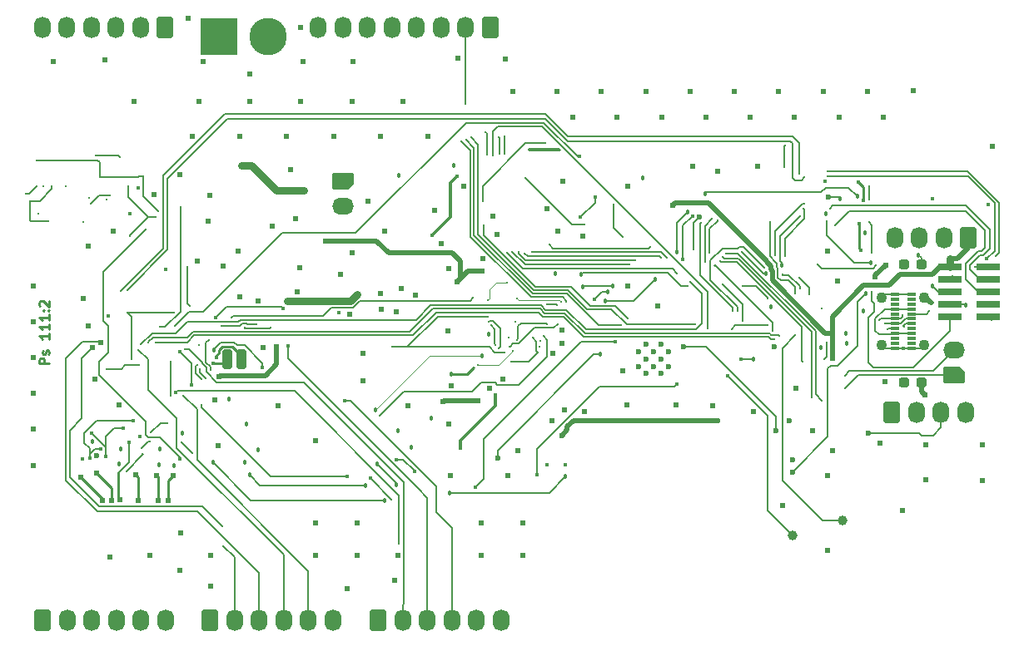
<source format=gbr>
%TF.GenerationSoftware,KiCad,Pcbnew,8.0.2*%
%TF.CreationDate,2024-07-28T21:03:14+03:00*%
%TF.ProjectId,hiro_samurai,6869726f-5f73-4616-9d75-7261692e6b69,rev?*%
%TF.SameCoordinates,Original*%
%TF.FileFunction,Copper,L1,Top*%
%TF.FilePolarity,Positive*%
%FSLAX46Y46*%
G04 Gerber Fmt 4.6, Leading zero omitted, Abs format (unit mm)*
G04 Created by KiCad (PCBNEW 8.0.2) date 2024-07-28 21:03:14*
%MOMM*%
%LPD*%
G01*
G04 APERTURE LIST*
G04 Aperture macros list*
%AMRoundRect*
0 Rectangle with rounded corners*
0 $1 Rounding radius*
0 $2 $3 $4 $5 $6 $7 $8 $9 X,Y pos of 4 corners*
0 Add a 4 corners polygon primitive as box body*
4,1,4,$2,$3,$4,$5,$6,$7,$8,$9,$2,$3,0*
0 Add four circle primitives for the rounded corners*
1,1,$1+$1,$2,$3*
1,1,$1+$1,$4,$5*
1,1,$1+$1,$6,$7*
1,1,$1+$1,$8,$9*
0 Add four rect primitives between the rounded corners*
20,1,$1+$1,$2,$3,$4,$5,0*
20,1,$1+$1,$4,$5,$6,$7,0*
20,1,$1+$1,$6,$7,$8,$9,0*
20,1,$1+$1,$8,$9,$2,$3,0*%
%AMFreePoly0*
4,1,22,0.945671,0.830970,1.026777,0.776777,1.080970,0.695671,1.100000,0.600000,1.100000,-0.600000,1.080970,-0.695671,1.026777,-0.776777,0.945671,-0.830970,0.850000,-0.850000,-0.450000,-0.850000,-0.545671,-0.830970,-0.626777,-0.776777,-1.026777,-0.376777,-1.080970,-0.295671,-1.100000,-0.200000,-1.100000,0.600000,-1.080970,0.695671,-1.026777,0.776777,-0.945671,0.830970,-0.850000,0.850000,
0.850000,0.850000,0.945671,0.830970,0.945671,0.830970,$1*%
%AMFreePoly1*
4,1,22,0.945671,0.830970,1.026777,0.776777,1.080970,0.695671,1.100000,0.600000,1.100000,-0.600000,1.080970,-0.695671,1.026777,-0.776777,0.945671,-0.830970,0.850000,-0.850000,-0.850000,-0.850000,-0.945671,-0.830970,-1.026777,-0.776777,-1.080970,-0.695671,-1.100000,-0.600000,-1.100000,0.200000,-1.080970,0.295671,-1.026777,0.376777,-0.626777,0.776777,-0.545671,0.830970,-0.450000,0.850000,
0.850000,0.850000,0.945671,0.830970,0.945671,0.830970,$1*%
G04 Aperture macros list end*
%ADD10C,0.250000*%
%TA.AperFunction,NonConductor*%
%ADD11C,0.250000*%
%TD*%
%TA.AperFunction,ComponentPad*%
%ADD12RoundRect,0.250000X0.600000X-0.850000X0.600000X0.850000X-0.600000X0.850000X-0.600000X-0.850000X0*%
%TD*%
%TA.AperFunction,ComponentPad*%
%ADD13O,1.700000X2.200000*%
%TD*%
%TA.AperFunction,SMDPad,CuDef*%
%ADD14R,2.400000X0.740000*%
%TD*%
%TA.AperFunction,SMDPad,CuDef*%
%ADD15RoundRect,0.250000X-0.250000X-0.750000X0.250000X-0.750000X0.250000X0.750000X-0.250000X0.750000X0*%
%TD*%
%TA.AperFunction,SMDPad,CuDef*%
%ADD16R,0.850000X0.300000*%
%TD*%
%TA.AperFunction,ComponentPad*%
%ADD17C,1.100000*%
%TD*%
%TA.AperFunction,SMDPad,CuDef*%
%ADD18C,1.000000*%
%TD*%
%TA.AperFunction,SMDPad,CuDef*%
%ADD19RoundRect,0.237500X-0.287500X-0.237500X0.287500X-0.237500X0.287500X0.237500X-0.287500X0.237500X0*%
%TD*%
%TA.AperFunction,ComponentPad*%
%ADD20FreePoly0,180.000000*%
%TD*%
%TA.AperFunction,ComponentPad*%
%ADD21O,2.200000X1.700000*%
%TD*%
%TA.AperFunction,ComponentPad*%
%ADD22RoundRect,0.250000X-0.600000X0.850000X-0.600000X-0.850000X0.600000X-0.850000X0.600000X0.850000X0*%
%TD*%
%TA.AperFunction,ComponentPad*%
%ADD23FreePoly1,180.000000*%
%TD*%
%TA.AperFunction,ComponentPad*%
%ADD24R,3.800000X3.800000*%
%TD*%
%TA.AperFunction,ComponentPad*%
%ADD25C,3.800000*%
%TD*%
%TA.AperFunction,ComponentPad*%
%ADD26C,0.600000*%
%TD*%
%TA.AperFunction,ViaPad*%
%ADD27C,0.610000*%
%TD*%
%TA.AperFunction,ViaPad*%
%ADD28C,0.600000*%
%TD*%
%TA.AperFunction,ViaPad*%
%ADD29C,0.457200*%
%TD*%
%TA.AperFunction,ViaPad*%
%ADD30C,0.406400*%
%TD*%
%TA.AperFunction,ViaPad*%
%ADD31C,0.250000*%
%TD*%
%TA.AperFunction,Conductor*%
%ADD32C,0.152400*%
%TD*%
%TA.AperFunction,Conductor*%
%ADD33C,0.508000*%
%TD*%
%TA.AperFunction,Conductor*%
%ADD34C,0.203200*%
%TD*%
%TA.AperFunction,Conductor*%
%ADD35C,0.254000*%
%TD*%
%TA.AperFunction,Conductor*%
%ADD36C,0.304800*%
%TD*%
%TA.AperFunction,Conductor*%
%ADD37C,0.762000*%
%TD*%
%TA.AperFunction,Conductor*%
%ADD38C,0.127000*%
%TD*%
%TA.AperFunction,Conductor*%
%ADD39C,0.101600*%
%TD*%
%TA.AperFunction,Conductor*%
%ADD40C,0.200000*%
%TD*%
%TA.AperFunction,Conductor*%
%ADD41C,0.150000*%
%TD*%
G04 APERTURE END LIST*
D10*
D11*
X2739619Y28677569D02*
X1739619Y28677569D01*
X1739619Y28677569D02*
X1739619Y29058521D01*
X1739619Y29058521D02*
X1787238Y29153759D01*
X1787238Y29153759D02*
X1834857Y29201378D01*
X1834857Y29201378D02*
X1930095Y29248997D01*
X1930095Y29248997D02*
X2072952Y29248997D01*
X2072952Y29248997D02*
X2168190Y29201378D01*
X2168190Y29201378D02*
X2215809Y29153759D01*
X2215809Y29153759D02*
X2263428Y29058521D01*
X2263428Y29058521D02*
X2263428Y28677569D01*
X2692000Y29629950D02*
X2739619Y29725188D01*
X2739619Y29725188D02*
X2739619Y29915664D01*
X2739619Y29915664D02*
X2692000Y30010902D01*
X2692000Y30010902D02*
X2596761Y30058521D01*
X2596761Y30058521D02*
X2549142Y30058521D01*
X2549142Y30058521D02*
X2453904Y30010902D01*
X2453904Y30010902D02*
X2406285Y29915664D01*
X2406285Y29915664D02*
X2406285Y29772807D01*
X2406285Y29772807D02*
X2358666Y29677569D01*
X2358666Y29677569D02*
X2263428Y29629950D01*
X2263428Y29629950D02*
X2215809Y29629950D01*
X2215809Y29629950D02*
X2120571Y29677569D01*
X2120571Y29677569D02*
X2072952Y29772807D01*
X2072952Y29772807D02*
X2072952Y29915664D01*
X2072952Y29915664D02*
X2120571Y30010902D01*
X2739619Y31772807D02*
X2739619Y31201379D01*
X2739619Y31487093D02*
X1739619Y31487093D01*
X1739619Y31487093D02*
X1882476Y31391855D01*
X1882476Y31391855D02*
X1977714Y31296617D01*
X1977714Y31296617D02*
X2025333Y31201379D01*
X2739619Y32725188D02*
X2739619Y32153760D01*
X2739619Y32439474D02*
X1739619Y32439474D01*
X1739619Y32439474D02*
X1882476Y32344236D01*
X1882476Y32344236D02*
X1977714Y32248998D01*
X1977714Y32248998D02*
X2025333Y32153760D01*
X2739619Y33677569D02*
X2739619Y33106141D01*
X2739619Y33391855D02*
X1739619Y33391855D01*
X1739619Y33391855D02*
X1882476Y33296617D01*
X1882476Y33296617D02*
X1977714Y33201379D01*
X1977714Y33201379D02*
X2025333Y33106141D01*
X2644380Y34106141D02*
X2692000Y34153760D01*
X2692000Y34153760D02*
X2739619Y34106141D01*
X2739619Y34106141D02*
X2692000Y34058522D01*
X2692000Y34058522D02*
X2644380Y34106141D01*
X2644380Y34106141D02*
X2739619Y34106141D01*
X2120571Y34106141D02*
X2168190Y34153760D01*
X2168190Y34153760D02*
X2215809Y34106141D01*
X2215809Y34106141D02*
X2168190Y34058522D01*
X2168190Y34058522D02*
X2120571Y34106141D01*
X2120571Y34106141D02*
X2215809Y34106141D01*
X1834857Y34534712D02*
X1787238Y34582331D01*
X1787238Y34582331D02*
X1739619Y34677569D01*
X1739619Y34677569D02*
X1739619Y34915664D01*
X1739619Y34915664D02*
X1787238Y35010902D01*
X1787238Y35010902D02*
X1834857Y35058521D01*
X1834857Y35058521D02*
X1930095Y35106140D01*
X1930095Y35106140D02*
X2025333Y35106140D01*
X2025333Y35106140D02*
X2168190Y35058521D01*
X2168190Y35058521D02*
X2739619Y34487093D01*
X2739619Y34487093D02*
X2739619Y35106140D01*
D12*
%TO.P,J14,1,Pin_1*%
%TO.N,GND_MOTOR*%
X88450242Y23727945D03*
D13*
%TO.P,J14,2,Pin_2*%
%TO.N,OPTO2*%
X90950242Y23727945D03*
%TO.P,J14,3,Pin_3*%
%TO.N,Net-(J14-Pin_3)*%
X93450242Y23727945D03*
%TO.P,J14,4,Pin_4*%
%TO.N,V_MOTOR*%
X95950242Y23727945D03*
%TD*%
D14*
%TO.P,J16,1,Pin_1*%
%TO.N,+3V3*%
X94313400Y38540000D03*
%TO.P,J16,2,Pin_2*%
%TO.N,ESP_EN*%
X98213400Y38540000D03*
%TO.P,J16,3,Pin_3*%
%TO.N,ESP_JTAG_TCK*%
X94313400Y37270000D03*
%TO.P,J16,4,Pin_4*%
%TO.N,ESP_JTAG_TMS*%
X98213400Y37270000D03*
%TO.P,J16,5,Pin_5*%
%TO.N,ESP_JTAG_TDO*%
X94313400Y36000000D03*
%TO.P,J16,6,Pin_6*%
%TO.N,ESP_JTAG_TDI*%
X98213400Y36000000D03*
%TO.P,J16,7,Pin_7*%
%TO.N,STM_NRESET*%
X94313400Y34730000D03*
%TO.P,J16,8,Pin_8*%
%TO.N,STM_SWDCLK*%
X98213400Y34730000D03*
%TO.P,J16,9,Pin_9*%
%TO.N,STM_SWDIO*%
X94313400Y33460000D03*
%TO.P,J16,10,Pin_10*%
%TO.N,GND*%
X98213400Y33460000D03*
%TD*%
D15*
%TO.P,J7,1,Pin_1*%
%TO.N,PWM2_OUT*%
X20876200Y29116600D03*
%TD*%
D16*
%TO.P,J8,A1,GND*%
%TO.N,GND*%
X88766700Y30255000D03*
%TO.P,J8,A2*%
%TO.N,N/C*%
X88766700Y30755000D03*
%TO.P,J8,A3*%
X88766700Y31255000D03*
%TO.P,J8,A4,VBUS*%
%TO.N,VUSB*%
X88766700Y31755000D03*
%TO.P,J8,A5,CC1*%
%TO.N,Net-(J8-CC1)*%
X88766700Y32255000D03*
%TO.P,J8,A6,D+*%
%TO.N,USB_CONN_D+*%
X88766700Y32755000D03*
%TO.P,J8,A7,D-*%
%TO.N,USB_CONN_D-*%
X88766700Y33255000D03*
%TO.P,J8,A8,SBU1*%
%TO.N,unconnected-(J8-SBU1-PadA8)*%
X88766700Y33755000D03*
%TO.P,J8,A9,VBUS*%
%TO.N,VUSB*%
X88766700Y34255000D03*
%TO.P,J8,A10*%
%TO.N,N/C*%
X88766700Y34755000D03*
%TO.P,J8,A11*%
X88766700Y35255000D03*
%TO.P,J8,A12,GND*%
%TO.N,GND*%
X88766700Y35755000D03*
%TO.P,J8,B1,GND*%
X90436700Y35755000D03*
%TO.P,J8,B2*%
%TO.N,N/C*%
X90436700Y35255000D03*
%TO.P,J8,B3*%
X90436700Y34755000D03*
%TO.P,J8,B4,VBUS*%
%TO.N,VUSB*%
X90436700Y34255000D03*
%TO.P,J8,B5,CC2*%
%TO.N,Net-(J8-CC2)*%
X90436700Y33755000D03*
%TO.P,J8,B6,D+*%
%TO.N,USB_CONN_D+*%
X90436700Y33255000D03*
%TO.P,J8,B7,D-*%
%TO.N,USB_CONN_D-*%
X90436700Y32755000D03*
%TO.P,J8,B8,SBU2*%
%TO.N,unconnected-(J8-SBU2-PadB8)*%
X90436700Y32255000D03*
%TO.P,J8,B9,VBUS*%
%TO.N,VUSB*%
X90436700Y31755000D03*
%TO.P,J8,B10*%
%TO.N,N/C*%
X90436700Y31255000D03*
%TO.P,J8,B11*%
X90436700Y30755000D03*
%TO.P,J8,B12,GND*%
%TO.N,GND*%
X90436700Y30255000D03*
D17*
%TO.P,J8,S1,SHIELD*%
X87451700Y30605000D03*
X91751700Y30605000D03*
X87451700Y35405000D03*
X91751700Y35405000D03*
%TD*%
D18*
%TO.P,TP2,1,1*%
%TO.N,STM_RTS*%
X83411000Y12759000D03*
%TD*%
D19*
%TO.P,D2,1,K*%
%TO.N,Net-(D2-K)*%
X89726700Y26755000D03*
%TO.P,D2,2,A*%
%TO.N,+3V3*%
X91476700Y26755000D03*
%TD*%
%TO.P,D1,1,K*%
%TO.N,Net-(D1-K)*%
X89726700Y38755000D03*
%TO.P,D1,2,A*%
%TO.N,VBAT*%
X91476700Y38755000D03*
%TD*%
D20*
%TO.P,J3,1,Pin_1*%
%TO.N,CAN_H*%
X94763507Y27552931D03*
D21*
%TO.P,J3,2,Pin_2*%
%TO.N,CAN_L*%
X94763507Y30052931D03*
%TD*%
D22*
%TO.P,J2,1,Pin_1*%
%TO.N,+3V3*%
X96245000Y41495000D03*
D13*
%TO.P,J2,2,Pin_2*%
%TO.N,GND*%
X93745000Y41495000D03*
%TO.P,J2,3,Pin_3*%
%TO.N,SIG_RUN*%
X91245000Y41495000D03*
%TO.P,J2,4,Pin_4*%
%TO.N,SIG_KILL*%
X88745000Y41495000D03*
%TD*%
D18*
%TO.P,TP1,1,1*%
%TO.N,STM_DTR*%
X78331000Y11235000D03*
%TD*%
D15*
%TO.P,J6,1,Pin_1*%
%TO.N,PWM1_OUT*%
X22298600Y29116600D03*
%TD*%
D23*
%TO.P,J9,1,Pin_1*%
%TO.N,VBAT*%
X32601700Y47255000D03*
D21*
%TO.P,J9,2,Pin_2*%
%TO.N,GND*%
X32601700Y44755000D03*
%TD*%
D22*
%TO.P,J4,1,Pin_1*%
%TO.N,SEN1*%
X2077000Y2599000D03*
D13*
%TO.P,J4,2,Pin_2*%
%TO.N,SEN2*%
X4577000Y2599000D03*
%TO.P,J4,3,Pin_3*%
%TO.N,SEN3*%
X7077000Y2599000D03*
%TO.P,J4,4,Pin_4*%
%TO.N,SEN4*%
X9577000Y2599000D03*
%TO.P,J4,5,Pin_5*%
%TO.N,SEN5*%
X12077000Y2599000D03*
%TO.P,J4,6,Pin_6*%
%TO.N,SEN6*%
X14577000Y2599000D03*
%TD*%
D12*
%TO.P,J5,1,Pin_1*%
%TO.N,SEN7*%
X14537000Y62935000D03*
D13*
%TO.P,J5,2,Pin_2*%
%TO.N,SEN8*%
X12037000Y62935000D03*
%TO.P,J5,3,Pin_3*%
%TO.N,SEN9*%
X9537000Y62935000D03*
%TO.P,J5,4,Pin_4*%
%TO.N,SEN10*%
X7037000Y62935000D03*
%TO.P,J5,5,Pin_5*%
%TO.N,SEN11*%
X4537000Y62935000D03*
%TO.P,J5,6,Pin_6*%
%TO.N,SEN12*%
X2037000Y62935000D03*
%TD*%
D22*
%TO.P,J10,1,Pin_1*%
%TO.N,+3V3*%
X19095000Y2599000D03*
D13*
%TO.P,J10,2,Pin_2*%
%TO.N,COL1*%
X21595000Y2599000D03*
%TO.P,J10,3,Pin_3*%
%TO.N,COL2*%
X24095000Y2599000D03*
%TO.P,J10,4,Pin_4*%
%TO.N,COL3*%
X26595000Y2599000D03*
%TO.P,J10,5,Pin_5*%
%TO.N,COL4*%
X29095000Y2599000D03*
%TO.P,J10,6,Pin_6*%
%TO.N,GND*%
X31595000Y2599000D03*
%TD*%
D22*
%TO.P,J13,1,Pin_1*%
%TO.N,+3V3*%
X36191000Y2599000D03*
D13*
%TO.P,J13,2,Pin_2*%
%TO.N,LIFT1*%
X38691000Y2599000D03*
%TO.P,J13,3,Pin_3*%
%TO.N,LIFT2*%
X41191000Y2599000D03*
%TO.P,J13,4,Pin_4*%
%TO.N,LIFT3*%
X43691000Y2599000D03*
%TO.P,J13,5,Pin_5*%
%TO.N,LIFT4*%
X46191000Y2599000D03*
%TO.P,J13,6,Pin_6*%
%TO.N,GND*%
X48691000Y2599000D03*
%TD*%
D24*
%TO.P,J1,1,Pin_1*%
%TO.N,GND*%
X19991000Y62035000D03*
D25*
%TO.P,J1,2,Pin_2*%
%TO.N,V_IN*%
X24991000Y62035000D03*
%TD*%
D12*
%TO.P,J12,1,Pin_1*%
%TO.N,+3V3*%
X47601700Y62935000D03*
D13*
%TO.P,J12,2,Pin_2*%
%TO.N,Net-(J12-Pin_2)*%
X45101700Y62935000D03*
%TO.P,J12,3,Pin_3*%
%TO.N,Net-(J12-Pin_3)*%
X42601700Y62935000D03*
%TO.P,J12,4,Pin_4*%
%TO.N,Net-(J12-Pin_4)*%
X40101700Y62935000D03*
%TO.P,J12,5,Pin_5*%
%TO.N,PMW_CS1*%
X37601700Y62935000D03*
%TO.P,J12,6,Pin_6*%
%TO.N,PMW_CS2*%
X35101700Y62935000D03*
%TO.P,J12,7,Pin_7*%
%TO.N,PMW_RESET*%
X32601700Y62935000D03*
%TO.P,J12,8,Pin_8*%
%TO.N,GND*%
X30101700Y62935000D03*
%TD*%
D26*
%TO.P,U3,41,GND*%
%TO.N,GND*%
X62722601Y29913770D03*
X62722601Y28413770D03*
X63472601Y30663770D03*
X63472601Y29163770D03*
X63472601Y27663770D03*
X64222601Y29913770D03*
X64222601Y28413770D03*
X64972601Y30663770D03*
X64972601Y29163770D03*
X64972601Y27663770D03*
X65722601Y29913770D03*
X65722601Y28413770D03*
%TD*%
D27*
%TO.N,GND*%
X47565000Y26155000D03*
D28*
X7610599Y19363000D03*
D27*
X33076700Y5755000D03*
X46682600Y12505000D03*
D29*
X13895000Y18365000D03*
D27*
X56995000Y41715000D03*
X76934000Y56447000D03*
X28206841Y38428582D03*
X68171000Y48827000D03*
X90624600Y56497800D03*
X49375000Y17331000D03*
X44875000Y46795000D03*
D30*
X92465000Y34895000D03*
D27*
X20419000Y38667000D03*
X22097351Y35462673D03*
X34033400Y9203000D03*
X61525000Y24450000D03*
X55175000Y23965000D03*
D29*
X10015000Y20005000D03*
D27*
X35151000Y45271000D03*
X80363000Y21903000D03*
X56017100Y53805400D03*
X43425375Y38394189D03*
X24015000Y35055000D03*
X1115000Y32977400D03*
X8936115Y9001885D03*
X65034100Y53805400D03*
X53350635Y44425135D03*
X43351700Y22572500D03*
X31678200Y51875000D03*
X91900000Y20425000D03*
D29*
X63115000Y47605000D03*
D27*
X70711000Y48319000D03*
X40035000Y35685000D03*
D29*
X14030865Y20029845D03*
D31*
X50125000Y32916800D03*
D27*
X97635000Y20450000D03*
X64615000Y34603000D03*
D29*
X98601690Y33255005D03*
D27*
X34643000Y26983000D03*
X87795000Y38725000D03*
X6703000Y40699000D03*
X78705000Y26165000D03*
D30*
X89615000Y30235000D03*
D29*
X83815000Y30755000D03*
D27*
X50899000Y9203000D03*
X44335000Y59755000D03*
D31*
X49465000Y31305000D03*
D27*
X98651000Y50859000D03*
X61567000Y36635000D03*
X41975000Y44275000D03*
X23149600Y55431000D03*
X97650000Y16823000D03*
X36535000Y34185000D03*
X29825000Y20875000D03*
X18895000Y43239000D03*
D29*
X15415000Y18295000D03*
D27*
X82903000Y37143000D03*
D31*
X52575000Y30375000D03*
D30*
X81665000Y47245000D03*
D27*
X50391000Y19871000D03*
X12951400Y9203000D03*
D31*
X1623000Y44001000D03*
D27*
X70203000Y24443000D03*
X85951000Y56447000D03*
X48865000Y27117500D03*
D30*
X6105133Y18991051D03*
D29*
X7131153Y20801675D03*
D27*
X18387000Y59495000D03*
D29*
X41585000Y23115000D03*
X38275000Y47875000D03*
D27*
X54963000Y47303000D03*
D30*
X11785000Y46625000D03*
D27*
X41247000Y51875000D03*
D30*
X12001704Y21304992D03*
D27*
X49105000Y59685000D03*
D30*
X92555000Y45525000D03*
D27*
X33315000Y33735000D03*
X21943000Y40191000D03*
X91925000Y16875000D03*
X1115000Y29319800D03*
X83068100Y53805400D03*
D30*
X98286945Y44890345D03*
D27*
X1115000Y25662200D03*
X63408500Y56447000D03*
X67917000Y56447000D03*
X87765000Y26865000D03*
X3147000Y59495000D03*
X29858600Y12500000D03*
X33627000Y59495000D03*
X16051700Y7679006D03*
D31*
X18014200Y30592500D03*
D27*
X29817000Y9203000D03*
X36825000Y42223000D03*
X26893800Y51875000D03*
X16885000Y63835000D03*
X6195000Y35315000D03*
D29*
X81695000Y43976317D03*
X81248900Y30315000D03*
D27*
X81887000Y17331000D03*
X17849077Y39175000D03*
X22109400Y51875000D03*
X38045000Y33935000D03*
D31*
X52735000Y31015000D03*
D27*
X69542600Y53805400D03*
X9243000Y42223000D03*
X1115000Y36635000D03*
X28293000Y62949400D03*
X34075000Y12500000D03*
D28*
X78351700Y18931200D03*
D27*
X89507000Y13775000D03*
X43585000Y17305000D03*
X13377022Y45895704D03*
X74345000Y23795000D03*
X46682600Y9203000D03*
X60525600Y53805400D03*
D29*
X22845000Y22535000D03*
D27*
X77315000Y14283000D03*
D29*
X38235000Y21875000D03*
D27*
X37915900Y6663000D03*
X8385490Y59583415D03*
X46825000Y39375000D03*
X36462600Y51875000D03*
X74051100Y53805400D03*
X33601700Y40005000D03*
D30*
X53405000Y18375000D03*
D27*
X54455000Y42223000D03*
D30*
X8735000Y33587000D03*
D27*
X25415000Y42685000D03*
X17325000Y51875000D03*
X54910500Y32145000D03*
X87576600Y53805400D03*
X54930499Y30755001D03*
X54391500Y56447000D03*
X53953615Y29726170D03*
X81887000Y9711000D03*
X27295000Y48455000D03*
X19149000Y9203000D03*
D29*
X39605000Y20195000D03*
D27*
X9890741Y24455741D03*
X19911000Y20379000D03*
X58900000Y56447000D03*
D30*
X55195000Y18395000D03*
D27*
X48305000Y41865000D03*
D31*
X6804600Y45575800D03*
D27*
X43660002Y26437500D03*
D31*
X2131000Y46795000D03*
D27*
X19601700Y25005000D03*
D29*
X21035000Y25065000D03*
D30*
X32215000Y33885000D03*
D27*
X24483000Y30359800D03*
X16065000Y47905000D03*
X87275000Y20600000D03*
X66475000Y24475000D03*
X39215000Y24443000D03*
X36465000Y35845000D03*
D29*
X54219982Y37857366D03*
D27*
X32395000Y37775000D03*
X74775000Y48827000D03*
X17963800Y55431000D03*
X50899000Y12505000D03*
D29*
X83736700Y31755000D03*
D27*
X81887000Y40191000D03*
D28*
X76522994Y30384232D03*
D27*
X34643000Y29777000D03*
X23162200Y58174200D03*
X86735024Y37545000D03*
X72425500Y56447000D03*
X42655000Y40895000D03*
X19065000Y45845000D03*
X82395000Y19871000D03*
X78559600Y53805400D03*
X49883000Y56447000D03*
D29*
X16278800Y21634967D03*
X47455000Y31681600D03*
X85560000Y34035000D03*
D27*
X16101000Y11489000D03*
X61059000Y27999000D03*
X27795000Y43475000D03*
X28335400Y55431000D03*
X38249800Y9203000D03*
D31*
X6250000Y43100000D03*
D27*
X61567000Y46795000D03*
D29*
X24035000Y19915000D03*
D31*
X81314200Y34292500D03*
D27*
X81442500Y56447000D03*
X6703000Y32571000D03*
X11351000Y55431000D03*
X33521200Y55431000D03*
X57155000Y23798770D03*
X7378478Y27070247D03*
D29*
X22635000Y18685000D03*
D27*
X38575000Y36315000D03*
D31*
X4417000Y46795000D03*
D27*
X53851700Y22917500D03*
D28*
X78044996Y22880000D03*
D29*
X43885000Y48845000D03*
D27*
X28004630Y36000201D03*
D29*
X9880300Y18505000D03*
X76175000Y34452502D03*
D27*
X1115000Y22004600D03*
X26007000Y24443000D03*
X1115000Y18347000D03*
D30*
X14635000Y38255000D03*
D27*
X43279000Y32063000D03*
X47851000Y43747000D03*
X28547000Y59495000D03*
D30*
X10925000Y43935000D03*
D31*
X8601304Y45379687D03*
D27*
X19131908Y6048660D03*
D29*
X85710192Y41975000D03*
D27*
X38707000Y55431000D03*
D31*
%TO.N,~{STM_NRST}*%
X77515000Y48725000D03*
X77572785Y50943000D03*
X18066283Y28088000D03*
X45848772Y35382523D03*
X18675000Y27215000D03*
X19135000Y28005000D03*
X21325000Y33385000D03*
X46835000Y45271000D03*
X18996212Y31096405D03*
X53235000Y51125000D03*
%TO.N,Net-(C22-Pad1)*%
X22612983Y32342600D03*
X25232700Y32342600D03*
D29*
%TO.N,+3.3VA*%
X19476764Y30071126D03*
D30*
X24444950Y28267310D03*
D31*
%TO.N,ESP_EN*%
X96875000Y38513859D03*
X86849017Y38674215D03*
X80915000Y38835000D03*
%TO.N,VBAT*%
X54605000Y50495000D03*
D30*
X85315000Y40215000D03*
X44200000Y47750000D03*
D28*
X34084200Y35776200D03*
X22298588Y48865012D03*
D30*
X85100592Y42959408D03*
D28*
X26953338Y35060195D03*
D31*
X51565000Y50485000D03*
D29*
X91176245Y39760386D03*
D30*
X41700368Y41775000D03*
X85571600Y45325000D03*
X85055999Y47210186D03*
D28*
X28665213Y46365567D03*
%TO.N,+5V*%
X54885000Y21395000D03*
X70711000Y22919000D03*
D31*
%TO.N,CP2105_VIO*%
X81605000Y29165000D03*
X81785000Y30845000D03*
%TO.N,VUSB*%
X87119400Y31707400D03*
D29*
%TO.N,Net-(D1-K)*%
X89706544Y38711048D03*
%TO.N,Net-(D2-K)*%
X89701389Y26710079D03*
D27*
%TO.N,SEN2*%
X7575175Y17528543D03*
X9082937Y14759334D03*
%TO.N,SEN4*%
X11536123Y17407814D03*
X11783000Y14791000D03*
%TO.N,COL2*%
X7968000Y30798000D03*
D31*
%TO.N,COL1*%
X20325000Y12125000D03*
D27*
X7119530Y30312320D03*
D31*
X20475000Y10075000D03*
D27*
%TO.N,SEN6*%
X14831000Y14791000D03*
X15339000Y17331000D03*
D31*
X16200601Y20694137D03*
X17347725Y19557948D03*
D27*
%TO.N,SEN1*%
X5926482Y17143600D03*
X8147931Y14730800D03*
%TO.N,SEN5*%
X13702377Y17305833D03*
X13815000Y14791000D03*
D31*
%TO.N,SEN3*%
X9775000Y17585000D03*
D30*
X10867100Y20650594D03*
D27*
X9945970Y14800242D03*
D31*
%TO.N,USB_CONN_D+*%
X87729000Y32825000D03*
%TO.N,Net-(J8-CC2)*%
X92253077Y34033952D03*
%TO.N,USB_CONN_D-*%
X89557800Y33637800D03*
X89659400Y32418600D03*
X87170200Y33105000D03*
%TO.N,Net-(J8-CC1)*%
X87983000Y32164600D03*
D29*
%TO.N,+1V8*%
X23115000Y17385000D03*
D30*
X39881000Y17681000D03*
X48102855Y25526200D03*
D31*
X51895000Y31325000D03*
X52425000Y29805000D03*
D29*
X43660000Y27645000D03*
X34945000Y16305000D03*
D30*
X44575000Y20125000D03*
D31*
X49695000Y28915000D03*
D30*
X38025000Y18895000D03*
D31*
X45925000Y28295000D03*
%TO.N,Net-(J12-Pin_3)*%
X49016537Y51875000D03*
X49016537Y50097018D03*
%TO.N,ADC_V_IN*%
X16101000Y44610600D03*
X14044400Y32455000D03*
D30*
%TO.N,ESP_U1TXD*%
X58192480Y35244096D03*
D29*
X59594366Y36018000D03*
X38075000Y16375000D03*
D28*
X48359000Y19067000D03*
D29*
X36075000Y18505000D03*
X58825000Y29625000D03*
%TO.N,ESP_U1RXD*%
X60023280Y36585312D03*
D30*
X35415000Y16995000D03*
X46106000Y16094000D03*
D31*
X37575000Y14875000D03*
D29*
X56995000Y36475000D03*
D30*
X60277249Y30906931D03*
D31*
%TO.N,SEN9*%
X8912800Y45861601D03*
X6957000Y44966200D03*
%TO.N,SEN10*%
X7494513Y49877229D03*
X9901400Y49737179D03*
%TO.N,SEN11_3V3*%
X8575000Y28118200D03*
X11919618Y28530382D03*
%TO.N,SEN4_3V3*%
X15114703Y28875000D03*
X15114703Y25413715D03*
D29*
%TO.N,Net-(R53-Pad1)*%
X19425592Y18615592D03*
X36825000Y14791000D03*
X55245000Y17195000D03*
X43444073Y15545927D03*
D31*
%TO.N,STM_SWDCLK*%
X81895994Y47743586D03*
D29*
X98115000Y34745000D03*
D30*
X98085000Y39365000D03*
D31*
%TO.N,STM_SWDIO*%
X86105000Y46795000D03*
X86105000Y43114000D03*
X86435000Y40015002D03*
X86389481Y36016752D03*
X86105000Y45403200D03*
D30*
%TO.N,Net-(R59-Pad1)*%
X68175000Y43745000D03*
X52365000Y17385000D03*
X66545000Y26625000D03*
X67205000Y39335000D03*
D31*
%TO.N,CAN_H*%
X83659974Y26210000D03*
%TO.N,CAN_L*%
X83660018Y27479991D03*
D30*
%TO.N,PWM1_OUT*%
X19725000Y29326477D03*
%TO.N,LIFT3*%
X32825000Y24875000D03*
D31*
%TO.N,COL4*%
X16355000Y25459000D03*
D30*
%TO.N,LIFT2*%
X19694579Y33408921D03*
X26563766Y34314151D03*
X27023000Y30471600D03*
D31*
%TO.N,LIFT4*%
X38325000Y10375000D03*
D30*
X15634735Y25721599D03*
D31*
%TO.N,STM_USART1_TX*%
X77018704Y31481201D03*
X12852400Y30812248D03*
%TO.N,BHI_SWDIO*%
X36325000Y23375000D03*
X53015000Y31475000D03*
%TO.N,STM_ESP_INT*%
X12087800Y30640600D03*
X67935000Y37015000D03*
%TO.N,COL3*%
X11843354Y30095378D03*
%TO.N,STM_USART1_RX*%
X76487881Y31174600D03*
X13575000Y30834540D03*
%TO.N,STM_USART2_TX*%
X17785000Y28525000D03*
X18204998Y27094998D03*
X18215000Y24495000D03*
D30*
X33085000Y17235000D03*
D31*
%TO.N,LIFT1*%
X16545300Y30188208D03*
D30*
%TO.N,PWM2_OUT*%
X19455000Y28725000D03*
D31*
%TO.N,HSE_OSC_OUT*%
X23805000Y32695000D03*
X20235000Y32515000D03*
%TO.N,CAN_SILENT*%
X81355000Y24940000D03*
X71597442Y39935400D03*
%TO.N,FDCAN1_RX*%
X70945933Y39150911D03*
X79389800Y28871000D03*
%TO.N,ESP_JTAG_TCK_PROT*%
X79499400Y44966200D03*
X72743000Y34095000D03*
X76585021Y39761779D03*
X75447793Y38431271D03*
%TO.N,ESP_JTAG_TDO_PROT*%
X77565000Y39625000D03*
X73181467Y40092370D03*
X73251000Y33079000D03*
X71215002Y36735000D03*
X79466717Y44476317D03*
D29*
X75614947Y37874311D03*
D31*
%TO.N,FDCAN1_TX*%
X71266315Y39539979D03*
X80261400Y25255800D03*
%TO.N,ESP_JTAG_TDI_PROT*%
X79123468Y43713159D03*
D29*
X77272895Y38742708D03*
%TO.N,BHI_SWDCLK*%
X35903800Y24007200D03*
X46745400Y29508212D03*
D31*
%TO.N,BHI_RSTQ*%
X49055000Y29855000D03*
X47389938Y33455000D03*
X37655000Y30385000D03*
%TO.N,ESP_JTAG_TMS_PROT*%
X69065000Y43035000D03*
X72285800Y34044200D03*
%TO.N,BHI_CS*%
X54445000Y32713378D03*
X50295000Y35335000D03*
X49565000Y30445000D03*
X54822183Y34944098D03*
D28*
%TO.N,Net-(J14-Pin_3)*%
X86075000Y21625000D03*
D31*
%TO.N,ESP_UART_DEBUG_TX*%
X76335000Y32035000D03*
X69895000Y40015000D03*
X70695000Y43275000D03*
X78605000Y35805000D03*
X76035000Y43145000D03*
X70475000Y38745000D03*
D28*
%TO.N,Net-(R5-Pad2)*%
X67254181Y30425419D03*
X76684800Y21903000D03*
X68871114Y43645409D03*
X82021668Y45673236D03*
D29*
X83207468Y45525000D03*
D31*
X68258857Y40276671D03*
%TO.N,Net-(J12-Pin_4)*%
X48483646Y51754896D03*
X48511701Y50015481D03*
D29*
%TO.N,ESP_UART_DEBUG_RX*%
X74365000Y29113800D03*
D31*
X75815000Y35315000D03*
X73239836Y36609836D03*
X77345000Y37745000D03*
D30*
X73065000Y29175000D03*
D31*
X79075000Y36345000D03*
%TO.N,ESP_JTAG_TDI*%
X82645000Y42755000D03*
%TO.N,ESP_JTAG_TMS*%
X82141000Y44509000D03*
%TO.N,ESP_JTAG_TDO*%
X81807637Y43223225D03*
D29*
X92555000Y36635000D03*
X86310511Y38970200D03*
%TO.N,ESP_JTAG_TCK*%
X94609899Y37440162D03*
D31*
%TO.N,STM_RTS*%
X78615000Y31585000D03*
D30*
%TO.N,STM_DTR*%
X71727000Y27491000D03*
D31*
X72175000Y32215000D03*
X75825164Y32575164D03*
%TO.N,ESP_DTR*%
X80065000Y35715000D03*
X79065000Y37435000D03*
D30*
%TO.N,Net-(Q1B-C2)*%
X8501161Y19210713D03*
X7048362Y21598362D03*
X10259000Y22125000D03*
D31*
%TO.N,Net-(Q3B-C2)*%
X12562976Y42373558D03*
X13680934Y21196961D03*
D30*
X16033434Y18946303D03*
D29*
%TO.N,Net-(R13-Pad2)*%
X85812728Y35825606D03*
D28*
X78351700Y17661200D03*
D31*
%TO.N,Net-(Q4B-C2)*%
X13575700Y43619255D03*
X10953828Y41715000D03*
X10815800Y46719427D03*
%TO.N,Net-(Q6B-C2)*%
X1439000Y46755000D03*
X353000Y46033000D03*
D30*
%TO.N,Net-(Q1A-C1)*%
X11275000Y22919000D03*
X6883670Y19083969D03*
X7980129Y19963220D03*
D31*
%TO.N,STM_SWDCLK_PROT*%
X79558194Y47690171D03*
X10664182Y36195854D03*
%TO.N,STM_SWDIO_PROT*%
X79015000Y48005000D03*
X10005000Y36076200D03*
%TO.N,STM_NRESET*%
X81883923Y48262631D03*
X99039376Y39675624D03*
D29*
X95995936Y34685166D03*
D31*
%TO.N,Net-(Q2A-C1)*%
X14779083Y22651990D03*
X12106411Y20047973D03*
X12267258Y19500412D03*
X13087722Y21655995D03*
X13018612Y20764477D03*
X10643732Y17750143D03*
%TO.N,Net-(Q3A-C1)*%
X16775000Y38525000D03*
X17045000Y34575000D03*
D30*
X17181240Y26531715D03*
X16060931Y29865181D03*
D31*
%TO.N,Net-(Q6A-C1)*%
X833600Y45271000D03*
X2639000Y43239000D03*
X3039000Y46755000D03*
%TO.N,SIG_KILL*%
X70115000Y43415000D03*
D29*
X56885000Y37775000D03*
D31*
X67710500Y36620388D03*
X69425000Y39025000D03*
D29*
%TO.N,SIG_RUN*%
X84935000Y45702800D03*
X69470025Y46018874D03*
X59260492Y35106200D03*
X64395000Y37295000D03*
X67677764Y44135302D03*
X66575000Y40055000D03*
D31*
%TO.N,PMW_MISO*%
X57147400Y42883400D03*
X51178686Y47603964D03*
%TO.N,PMW_CS1*%
X68445000Y32670200D03*
X45642685Y51709095D03*
%TO.N,PMW_RESET*%
X55315001Y35005001D03*
X44678182Y51322509D03*
%TO.N,PMW_CS2*%
X60950736Y32584245D03*
X45152927Y51491730D03*
%TO.N,PMW_MOSI*%
X69695000Y32235000D03*
X47837650Y49901229D03*
%TO.N,PMW_SCLK*%
X61596582Y33303092D03*
X46912812Y42759668D03*
D30*
%TO.N,RGB_LED*%
X56668042Y49813842D03*
D31*
X15535000Y32535000D03*
%TO.N,BHI_SCLK_3V3*%
X51102200Y39937000D03*
X64982385Y39457653D03*
%TO.N,BHI_MOSI_3V3*%
X53642200Y40800600D03*
X63853000Y40597400D03*
%TO.N,BHI_CS_3V3*%
X50515179Y40061179D03*
X62329000Y39225800D03*
%TO.N,BHI_RSTQ_3V3*%
X49295827Y39993029D03*
X66617276Y37902727D03*
D30*
%TO.N,Net-(D4-K)*%
X56748249Y43584671D03*
X58245000Y45655000D03*
D31*
%TO.N,BHI_HIRQ_3V3*%
X61770200Y38768600D03*
X49844972Y40087635D03*
%TO.N,Net-(D3-K)*%
X61086727Y41622723D03*
X60170000Y44890000D03*
%TO.N,BHI_MISO_3V3*%
X51864200Y40089400D03*
X65582076Y39501714D03*
%TO.N,BHI_MISO*%
X53405000Y32735000D03*
X53344430Y34694516D03*
X50325000Y31125000D03*
X54366983Y34656218D03*
%TO.N,BHI_MOSI*%
X48151398Y30623541D03*
X47685000Y32605000D03*
%TO.N,BHI_SCLK*%
X46328456Y28562682D03*
X49885000Y29965000D03*
X49345000Y36955000D03*
X47325000Y35125000D03*
%TO.N,BHI_HIRQ*%
X48465000Y30275000D03*
X47433032Y32982664D03*
%TO.N,+3V3*%
X15445120Y33925120D03*
X5941000Y49405000D03*
X1439000Y49405000D03*
D27*
X66152777Y44797466D03*
X25865700Y30375000D03*
D31*
X12291000Y47728800D03*
X7871400Y47658600D03*
D27*
X46729778Y38125000D03*
X91820733Y25532667D03*
D28*
X30883800Y41207000D03*
D27*
X19993283Y27396963D03*
X42771000Y24846000D03*
D31*
X13815000Y44255000D03*
D27*
X46327000Y24951000D03*
X44200000Y37000000D03*
D31*
X11136185Y29125000D03*
D27*
X82446425Y29188058D03*
D31*
X10735000Y33925000D03*
X3147000Y49405000D03*
%TO.N,Net-(J12-Pin_2)*%
X47237031Y49944362D03*
X47135628Y52248111D03*
X45101700Y55125000D03*
%TD*%
D32*
%TO.N,GND*%
X89615000Y30235000D02*
X89635000Y30255000D01*
X91751700Y30605000D02*
X91401700Y30255000D01*
X88766700Y30255000D02*
X87801700Y30255000D01*
D33*
X92465000Y34865000D02*
X92405000Y34925000D01*
D32*
X89595000Y30255000D02*
X89615000Y30235000D01*
X88915000Y30255000D02*
X88955000Y30215000D01*
X87451700Y35405000D02*
X87801700Y35755000D01*
D33*
X92465000Y34895000D02*
X92465000Y34865000D01*
D32*
X87801700Y35755000D02*
X88766700Y35755000D01*
X88766700Y30255000D02*
X88915000Y30255000D01*
X88766700Y35755000D02*
X90436700Y35755000D01*
X88995000Y30255000D02*
X89595000Y30255000D01*
D33*
X86735024Y37665024D02*
X86735024Y37545000D01*
D34*
X98213400Y33472600D02*
X98384095Y33472600D01*
D33*
X92435000Y34895000D02*
X92465000Y34895000D01*
X91751700Y35405000D02*
X91925000Y35405000D01*
X91925000Y35405000D02*
X92435000Y34895000D01*
D32*
X87801700Y30255000D02*
X87451700Y30605000D01*
X91401700Y30255000D02*
X90436700Y30255000D01*
D33*
X87795000Y38725000D02*
X86735024Y37665024D01*
D32*
X88955000Y30215000D02*
X88995000Y30255000D01*
D34*
X98384095Y33472600D02*
X98601690Y33255005D01*
D32*
X89635000Y30255000D02*
X90436700Y30255000D01*
%TO.N,~{STM_NRST}*%
X30595000Y33505000D02*
X31485000Y34395000D01*
X34337622Y35100200D02*
X45566449Y35100200D01*
X46835000Y46779365D02*
X46835000Y45271000D01*
X33632422Y34395000D02*
X34337622Y35100200D01*
X45566449Y35100200D02*
X45848772Y35382523D01*
X51180635Y51125000D02*
X46835000Y46779365D01*
X18695154Y28806872D02*
X18695154Y30795347D01*
X21445000Y33505000D02*
X30595000Y33505000D01*
X19135000Y28367026D02*
X18695154Y28806872D01*
X19135000Y28005000D02*
X19135000Y28367026D01*
X53235000Y51125000D02*
X51180635Y51125000D01*
X18675000Y27215000D02*
X18066283Y27823717D01*
X18066283Y27823717D02*
X18066283Y28088000D01*
X77515000Y50885215D02*
X77572785Y50943000D01*
X77515000Y48725000D02*
X77515000Y50885215D01*
X21325000Y33385000D02*
X21445000Y33505000D01*
X18695154Y30795347D02*
X18996212Y31096405D01*
X31485000Y34395000D02*
X33632422Y34395000D01*
%TO.N,Net-(C22-Pad1)*%
X22675783Y32279800D02*
X25169900Y32279800D01*
X22612983Y32342600D02*
X22675783Y32279800D01*
X25169900Y32279800D02*
X25232700Y32342600D01*
D34*
%TO.N,+3.3VA*%
X24444950Y28757258D02*
X22625008Y30577200D01*
X20202740Y30872200D02*
X19476764Y30146224D01*
X22625008Y30577200D02*
X21844660Y30577200D01*
X19476764Y30146224D02*
X19476764Y30071126D01*
X24444950Y28267310D02*
X24444950Y28757258D01*
X21549660Y30872200D02*
X20202740Y30872200D01*
X21844660Y30577200D02*
X21549660Y30872200D01*
D32*
%TO.N,ESP_EN*%
X96913741Y38552600D02*
X96875000Y38513859D01*
X98213400Y38552600D02*
X96913741Y38552600D01*
X86586202Y38411400D02*
X86849017Y38674215D01*
X81338600Y38411400D02*
X86586202Y38411400D01*
X80915000Y38835000D02*
X81338600Y38411400D01*
D35*
%TO.N,VBAT*%
X85571600Y46694585D02*
X85055999Y47210186D01*
D34*
X91476700Y38755000D02*
X91476700Y39459931D01*
D36*
X43575000Y47125000D02*
X43575000Y43649632D01*
D35*
X54605000Y50495000D02*
X54595000Y50485000D01*
D36*
X44200000Y47750000D02*
X43575000Y47125000D01*
D37*
X25834433Y46365567D02*
X23334988Y48865012D01*
X23334988Y48865012D02*
X22298588Y48865012D01*
D36*
X51565000Y50485000D02*
X54575000Y50485000D01*
D35*
X85315000Y40215000D02*
X85100592Y40429408D01*
X85571600Y45325000D02*
X85571600Y46694585D01*
D37*
X28665213Y46365567D02*
X25834433Y46365567D01*
D34*
X91476700Y39459931D02*
X91176245Y39760386D01*
D35*
X54575000Y50485000D02*
X54605000Y50495000D01*
D36*
X43575000Y43649632D02*
X41700368Y41775000D01*
D37*
X34084200Y35776200D02*
X33368195Y35060195D01*
D35*
X85100592Y40429408D02*
X85100592Y42959408D01*
D37*
X33368195Y35060195D02*
X26953338Y35060195D01*
D35*
X54595000Y50485000D02*
X54585000Y50485000D01*
D33*
%TO.N,+5V*%
X55435737Y21945737D02*
X54885000Y21395000D01*
X56068621Y22919000D02*
X55435737Y22286116D01*
X55435737Y22286116D02*
X55435737Y21945737D01*
X70711000Y22919000D02*
X56068621Y22919000D01*
D38*
%TO.N,CP2105_VIO*%
X81795000Y30835000D02*
X81785000Y30845000D01*
X81605000Y29165000D02*
X81795000Y29355000D01*
X81795000Y29355000D02*
X81795000Y30835000D01*
D32*
%TO.N,VUSB*%
X87713368Y34255000D02*
X86763800Y33305432D01*
X88766700Y34255000D02*
X90436700Y34255000D01*
X88719100Y31707400D02*
X88766700Y31755000D01*
X86763800Y32063000D02*
X87119400Y31707400D01*
X87119400Y31707400D02*
X88719100Y31707400D01*
X88766700Y34255000D02*
X87713368Y34255000D01*
X86763800Y33305432D02*
X86763800Y32063000D01*
X88766700Y31755000D02*
X90436700Y31755000D01*
D35*
%TO.N,SEN2*%
X9082937Y16020781D02*
X9082937Y14759334D01*
X7575175Y17528543D02*
X9082937Y16020781D01*
%TO.N,SEN4*%
X11783000Y14791000D02*
X11783000Y17160937D01*
X11783000Y17160937D02*
X11536123Y17407814D01*
D34*
%TO.N,COL2*%
X6145000Y30945000D02*
X7821000Y30945000D01*
X24095000Y7355000D02*
X17824924Y13625076D01*
X7821000Y30945000D02*
X7968000Y30798000D01*
X24095000Y2599000D02*
X24095000Y7355000D01*
X4417000Y16823000D02*
X4417000Y29217000D01*
X17824924Y13625076D02*
X7614924Y13625076D01*
X7614924Y13625076D02*
X4417000Y16823000D01*
X4417000Y29217000D02*
X6145000Y30945000D01*
%TO.N,COL1*%
X6075000Y29267790D02*
X6075000Y23145000D01*
X21595000Y8955000D02*
X20475000Y10075000D01*
X18325800Y14124200D02*
X20325000Y12125000D01*
X4820200Y17095685D02*
X7791685Y14124200D01*
X4820200Y21890200D02*
X4820200Y17095685D01*
X7119530Y30312320D02*
X6075000Y29267790D01*
X6075000Y23145000D02*
X4820200Y21890200D01*
X21595000Y2599000D02*
X21595000Y8955000D01*
X7791685Y14124200D02*
X18325800Y14124200D01*
D32*
%TO.N,SEN6*%
X17336790Y19557948D02*
X17347725Y19557948D01*
X16200601Y20694137D02*
X17336790Y19557948D01*
D35*
X14831000Y16823000D02*
X15339000Y17331000D01*
X14831000Y14791000D02*
X14831000Y16823000D01*
%TO.N,SEN1*%
X8147931Y14730800D02*
X8147931Y14922151D01*
X8147931Y14922151D02*
X5926482Y17143600D01*
%TO.N,SEN5*%
X13815000Y17193210D02*
X13702377Y17305833D01*
X13815000Y14791000D02*
X13815000Y17193210D01*
D32*
%TO.N,SEN3*%
X9775000Y17557070D02*
X10867100Y18649170D01*
D35*
X9751000Y14995212D02*
X9945970Y14800242D01*
D32*
X9775000Y17585000D02*
X9775000Y17557070D01*
X10867100Y18649170D02*
X10867100Y20650594D01*
D35*
X9751000Y17533070D02*
X9751000Y14995212D01*
D32*
%TO.N,USB_CONN_D+*%
X88766700Y32755000D02*
X89344100Y32755000D01*
X88766700Y32755000D02*
X87799000Y32755000D01*
X87799000Y32755000D02*
X87729000Y32825000D01*
X89344100Y32755000D02*
X89844100Y33255000D01*
X89844100Y33255000D02*
X90436700Y33255000D01*
D38*
%TO.N,Net-(J8-CC2)*%
X91974125Y33755000D02*
X92253077Y34033952D01*
X90436700Y33755000D02*
X91974125Y33755000D01*
D32*
%TO.N,USB_CONN_D-*%
X88766700Y33255000D02*
X89345732Y33255000D01*
X88766700Y33255000D02*
X87320200Y33255000D01*
X89557800Y33467068D02*
X89557800Y33637800D01*
X89842468Y32755000D02*
X89582734Y32495266D01*
X89345732Y33255000D02*
X89557800Y33467068D01*
X90436700Y32755000D02*
X89842468Y32755000D01*
X89659400Y32418600D02*
X89582734Y32495266D01*
X87320200Y33255000D02*
X87170200Y33105000D01*
D38*
%TO.N,Net-(J8-CC1)*%
X87983000Y32164600D02*
X88073400Y32255000D01*
X88073400Y32255000D02*
X88766700Y32255000D01*
D34*
%TO.N,+1V8*%
X39881000Y17681000D02*
X39881000Y17779000D01*
D32*
X51535000Y28915000D02*
X52425000Y29805000D01*
D34*
X38765000Y18895000D02*
X38025000Y18895000D01*
D32*
X49695000Y28915000D02*
X51535000Y28915000D01*
X52275000Y29955000D02*
X52425000Y29805000D01*
D34*
X39881000Y17779000D02*
X38765000Y18895000D01*
D35*
X45275000Y27645000D02*
X43660000Y27645000D01*
D36*
X44575000Y20125000D02*
X44575000Y20875000D01*
D34*
X24195005Y16304995D02*
X34944995Y16304995D01*
X23115000Y17385000D02*
X24195005Y16304995D01*
D35*
X45925000Y28295000D02*
X45275000Y27645000D01*
D32*
X52275000Y30945000D02*
X52275000Y29955000D01*
D36*
X48102855Y24402855D02*
X48102855Y25526200D01*
D34*
X34944995Y16304995D02*
X34945000Y16305000D01*
D32*
X51895000Y31325000D02*
X52275000Y30945000D01*
D36*
X44575000Y20875000D02*
X48102855Y24402855D01*
D34*
%TO.N,Net-(J12-Pin_3)*%
X49016537Y51875000D02*
X49016537Y50097018D01*
D32*
%TO.N,ADC_V_IN*%
X16101000Y44610600D02*
X16101000Y34007960D01*
X14548040Y32455000D02*
X14044400Y32455000D01*
X16101000Y34007960D02*
X14548040Y32455000D01*
D34*
%TO.N,ESP_U1TXD*%
X58966384Y36018000D02*
X58192480Y35244096D01*
X38075000Y16375000D02*
X38075000Y16505000D01*
X58113000Y29625000D02*
X48359000Y19871000D01*
X38075000Y16505000D02*
X36075000Y18505000D01*
X48359000Y19871000D02*
X48359000Y19067000D01*
X59594366Y36018000D02*
X58966384Y36018000D01*
X58825000Y29625000D02*
X58113000Y29625000D01*
%TO.N,ESP_U1RXD*%
X57105312Y36585312D02*
X60023280Y36585312D01*
X46965000Y20990710D02*
X56881221Y30906931D01*
X35455000Y16995000D02*
X35415000Y16995000D01*
X46965000Y16953000D02*
X46965000Y20990710D01*
X56881221Y30906931D02*
X60277249Y30906931D01*
X37575000Y14875000D02*
X35455000Y16995000D01*
X56995000Y36475000D02*
X57105312Y36585312D01*
X46106000Y16094000D02*
X46965000Y16953000D01*
%TO.N,SEN9*%
X6957000Y44966200D02*
X7852401Y45861601D01*
X7852401Y45861601D02*
X8912800Y45861601D01*
%TO.N,SEN10*%
X9761350Y49877229D02*
X7494513Y49877229D01*
X9901400Y49737179D02*
X9761350Y49877229D01*
%TO.N,SEN11_3V3*%
X11919618Y28530382D02*
X10480382Y28530382D01*
X10480382Y28530382D02*
X10068200Y28118200D01*
X10068200Y28118200D02*
X8575000Y28118200D01*
%TO.N,SEN4_3V3*%
X15114703Y28875000D02*
X15114703Y25413715D01*
%TO.N,Net-(R53-Pad1)*%
X53595909Y15545909D02*
X43444091Y15545909D01*
X23250184Y14791000D02*
X19425592Y18615592D01*
X36825000Y14791000D02*
X23250184Y14791000D01*
X55245000Y17195000D02*
X53595909Y15545909D01*
X43444091Y15545909D02*
X43444073Y15545927D01*
D32*
%TO.N,STM_SWDCLK*%
X98085000Y39365000D02*
X98905000Y40185000D01*
X96188046Y47743586D02*
X81895994Y47743586D01*
X98905000Y40185000D02*
X98905000Y45026632D01*
X98905000Y45026632D02*
X96188046Y47743586D01*
%TO.N,STM_SWDIO*%
X94313400Y33472600D02*
X94313400Y31998276D01*
X86389481Y35090519D02*
X86389481Y36016752D01*
X86675000Y33941368D02*
X86675000Y34805000D01*
X90610124Y28295000D02*
X86555000Y28295000D01*
X86555000Y28295000D02*
X86075000Y28775000D01*
X86675000Y34805000D02*
X86389481Y35090519D01*
X86435000Y40015002D02*
X86435000Y42784000D01*
X86075000Y33341368D02*
X86675000Y33941368D01*
X86075000Y28775000D02*
X86075000Y33341368D01*
X86435000Y42784000D02*
X86105000Y43114000D01*
X86105000Y45403200D02*
X86105000Y46795000D01*
X94313400Y31998276D02*
X90610124Y28295000D01*
D34*
%TO.N,Net-(R59-Pad1)*%
X67205000Y42775000D02*
X68175000Y43745000D01*
X52365000Y20001117D02*
X58748883Y26385000D01*
X67205000Y39335000D02*
X67205000Y42775000D01*
X52365000Y17385000D02*
X52365000Y20001117D01*
X66305000Y26385000D02*
X66545000Y26625000D01*
X58748883Y26385000D02*
X66305000Y26385000D01*
D32*
%TO.N,CAN_H*%
X94763507Y27552931D02*
X85002905Y27552931D01*
X85002905Y27552931D02*
X83659974Y26210000D01*
%TO.N,CAN_L*%
X84122627Y27942600D02*
X83660018Y27479991D01*
X94763507Y30052931D02*
X92653176Y27942600D01*
X92653176Y27942600D02*
X84122627Y27942600D01*
D35*
%TO.N,PWM1_OUT*%
X20049200Y30112528D02*
X20380272Y30443600D01*
X22298600Y29517128D02*
X22298600Y29116600D01*
X20049200Y29781457D02*
X20049200Y30112528D01*
X19725000Y29457257D02*
X20049200Y29781457D01*
X21372128Y30443600D02*
X22298600Y29517128D01*
X20380272Y30443600D02*
X21372128Y30443600D01*
X19725000Y29326477D02*
X19725000Y29457257D01*
D32*
%TO.N,LIFT3*%
X32825000Y24875000D02*
X33364974Y24875000D01*
X33364974Y24875000D02*
X42075000Y16164974D01*
D34*
X42075000Y13575000D02*
X42075000Y16164974D01*
X43691000Y11959000D02*
X42075000Y13575000D01*
X43691000Y2599000D02*
X43691000Y11959000D01*
%TO.N,COL4*%
X29095000Y2599000D02*
X29095000Y7581000D01*
X29095000Y7581000D02*
X17778325Y18897675D01*
X17778325Y24035675D02*
X16355000Y25459000D01*
X17778325Y18897675D02*
X17778325Y24035675D01*
%TO.N,LIFT2*%
X41191000Y2599000D02*
X41191000Y15039000D01*
D32*
X20750658Y34465000D02*
X19694579Y33408921D01*
D34*
X41191000Y15039000D02*
X40231000Y15999000D01*
D32*
X27023000Y30471600D02*
X27023000Y29207000D01*
X27023000Y29207000D02*
X40231000Y15999000D01*
X26563766Y34314151D02*
X26412917Y34465000D01*
X26412917Y34465000D02*
X20750658Y34465000D01*
D34*
%TO.N,LIFT4*%
X27689768Y25889600D02*
X38297600Y15281768D01*
X15634735Y25721599D02*
X15802736Y25889600D01*
X38297600Y15281768D02*
X38297600Y10402400D01*
X15802736Y25889600D02*
X27689768Y25889600D01*
X38297600Y10402400D02*
X38325000Y10375000D01*
D32*
%TO.N,STM_USART1_TX*%
X39415000Y31927400D02*
X41752600Y34265000D01*
X17359031Y31927400D02*
X39415000Y31927400D01*
X76870105Y31629800D02*
X77018704Y31481201D01*
X76166449Y31629800D02*
X76870105Y31629800D01*
X41752600Y34265000D02*
X52656632Y34265000D01*
X55189031Y33822600D02*
X57254805Y31756826D01*
X53099032Y33822600D02*
X55189031Y33822600D01*
X12852400Y30812248D02*
X12852400Y30906832D01*
X12852400Y30906832D02*
X13301368Y31355800D01*
X16787431Y31355800D02*
X17359031Y31927400D01*
X57254805Y31756826D02*
X76039424Y31756826D01*
X76039424Y31756826D02*
X76166449Y31629800D01*
X13301368Y31355800D02*
X16787431Y31355800D01*
X52656632Y34265000D02*
X53099032Y33822600D01*
D38*
%TO.N,BHI_SWDIO*%
X36385452Y23375000D02*
X38842226Y25831774D01*
X50486300Y26536300D02*
X53385115Y29435115D01*
X36325000Y23375000D02*
X36385452Y23375000D01*
X48097800Y26736200D02*
X48297700Y26536300D01*
X53385115Y29435115D02*
X53385115Y31104885D01*
X45781774Y25831774D02*
X46686200Y26736200D01*
X53385115Y31104885D02*
X53015000Y31475000D01*
X46686200Y26736200D02*
X48097800Y26736200D01*
X48297700Y26536300D02*
X50486300Y26536300D01*
X38842226Y25831774D02*
X45781774Y25831774D01*
D32*
%TO.N,STM_ESP_INT*%
X15643800Y31758200D02*
X13205400Y31758200D01*
X53245000Y34175000D02*
X52802600Y34617400D01*
X22960302Y33137400D02*
X22947503Y33150200D01*
X40079031Y33137400D02*
X22960302Y33137400D01*
X55335000Y34175000D02*
X53245000Y34175000D01*
X22265663Y33137400D02*
X22199032Y33137400D01*
X57357907Y32152093D02*
X55335000Y34175000D01*
X22278463Y33150200D02*
X22265663Y33137400D01*
X52802600Y34617400D02*
X41559031Y34617400D01*
X69100000Y35850000D02*
X69100000Y32752160D01*
X22199032Y33137400D02*
X21989032Y32927400D01*
X67935000Y37015000D02*
X69100000Y35850000D01*
X13205400Y31758200D02*
X12087800Y30640600D01*
X16813000Y32927400D02*
X15643800Y31758200D01*
X68499933Y32152093D02*
X57357907Y32152093D01*
X69100000Y32752160D02*
X68499933Y32152093D01*
X41559031Y34617400D02*
X40079031Y33137400D01*
X21989032Y32927400D02*
X16813000Y32927400D01*
X22947503Y33150200D02*
X22278463Y33150200D01*
%TO.N,COL3*%
X15720000Y21395002D02*
X15720000Y23126104D01*
D34*
X26595000Y2599000D02*
X26595000Y9234994D01*
D32*
X15720001Y21395001D02*
X15720000Y21395002D01*
X12825000Y29113732D02*
X11843354Y30095378D01*
D34*
X15720001Y20109993D02*
X15720001Y21395001D01*
D32*
X15720000Y23126104D02*
X12825000Y26021104D01*
X12825000Y26021104D02*
X12825000Y29113732D01*
D34*
X26595000Y9234994D02*
X15720001Y20109993D01*
D32*
%TO.N,STM_USART1_RX*%
X16764540Y30834540D02*
X17505000Y31575000D01*
X55039800Y33470200D02*
X57105574Y31404426D01*
X76123281Y31174600D02*
X76487881Y31174600D01*
X42082600Y33912600D02*
X52510662Y33912600D01*
X52510662Y33912600D02*
X52953062Y33470200D01*
X75893455Y31404426D02*
X76123281Y31174600D01*
X52953062Y33470200D02*
X55039800Y33470200D01*
X13575000Y30834540D02*
X16764540Y30834540D01*
X39745000Y31575000D02*
X42082600Y33912600D01*
X17505000Y31575000D02*
X39745000Y31575000D01*
X57105574Y31404426D02*
X75893455Y31404426D01*
D34*
%TO.N,STM_USART2_TX*%
X18204998Y27094998D02*
X17635683Y27664313D01*
X17745000Y28525000D02*
X17785000Y28525000D01*
X17635683Y27664313D02*
X17635683Y28415683D01*
X17635683Y28415683D02*
X17745000Y28525000D01*
X18215000Y24245000D02*
X18215000Y24495000D01*
X25225000Y17235000D02*
X18215000Y24245000D01*
X33085000Y17235000D02*
X25225000Y17235000D01*
D32*
%TO.N,LIFT1*%
X18319130Y28684528D02*
X18717400Y28286258D01*
D34*
X38691000Y2599000D02*
X38691000Y4107000D01*
D32*
X18717400Y28286258D02*
X18717400Y27840272D01*
X16545300Y30188208D02*
X16941792Y30188208D01*
X18319130Y28810870D02*
X18319130Y28684528D01*
X19795909Y26761763D02*
X28688237Y26761763D01*
D34*
X38691000Y4107000D02*
X38825000Y4241000D01*
D32*
X28688237Y26761763D02*
X38825000Y16625000D01*
X38825000Y16625000D02*
X38825000Y4241000D01*
X18717400Y27840272D02*
X19795909Y26761763D01*
X16941792Y30188208D02*
X18319130Y28810870D01*
D35*
%TO.N,PWM2_OUT*%
X20504400Y28744800D02*
X19474800Y28744800D01*
X20876200Y29116600D02*
X20504400Y28744800D01*
X19474800Y28744800D02*
X19455000Y28725000D01*
D32*
%TO.N,HSE_OSC_OUT*%
X22157783Y32531151D02*
X22424432Y32797800D01*
X23614816Y32695000D02*
X23805000Y32695000D01*
X23604908Y32685092D02*
X23614816Y32695000D01*
X22914242Y32685092D02*
X23604908Y32685092D01*
X22424432Y32797800D02*
X22801534Y32797800D01*
X20251151Y32531151D02*
X22157783Y32531151D01*
X20235000Y32515000D02*
X20251151Y32531151D01*
X22801534Y32797800D02*
X22914242Y32685092D01*
%TO.N,CAN_SILENT*%
X71597442Y39935400D02*
X72726267Y39935400D01*
X72968568Y39739800D02*
X80690100Y32018268D01*
X80690100Y32018268D02*
X80690100Y25604900D01*
X72921867Y39739800D02*
X72968568Y39739800D01*
X72726267Y39935400D02*
X72921867Y39739800D01*
X80690100Y25604900D02*
X81355000Y24940000D01*
%TO.N,FDCAN1_RX*%
X71041844Y39055000D02*
X70945933Y39150911D01*
X79270900Y32439508D02*
X72655408Y39055000D01*
X72655408Y39055000D02*
X71041844Y39055000D01*
X79270900Y28989900D02*
X79270900Y32439508D01*
X79389800Y28871000D02*
X79270900Y28989900D01*
D34*
%TO.N,ESP_JTAG_TCK_PROT*%
X72747472Y40416000D02*
X72934431Y40602959D01*
X72743000Y34457000D02*
X69995000Y37205000D01*
X71226000Y40416000D02*
X72747472Y40416000D01*
X76585021Y42203582D02*
X76585021Y39761779D01*
X79347639Y44966200D02*
X76585021Y42203582D01*
X75447793Y38487741D02*
X75447793Y38431271D01*
X72934431Y40602959D02*
X73332575Y40602959D01*
X69995000Y37205000D02*
X69995000Y39185000D01*
X69995000Y39185000D02*
X71226000Y40416000D01*
X72743000Y34095000D02*
X72743000Y34457000D01*
X73332575Y40602959D02*
X75447793Y38487741D01*
X79499400Y44966200D02*
X79347639Y44966200D01*
%TO.N,ESP_JTAG_TDO_PROT*%
X79558716Y43418716D02*
X79558716Y44384318D01*
X74967193Y38306644D02*
X73181467Y40092370D01*
X73251000Y33079000D02*
X73251000Y34699002D01*
X75368347Y37874311D02*
X74967193Y38275465D01*
X75614947Y37874311D02*
X75368347Y37874311D01*
X79558716Y44384318D02*
X79466717Y44476317D01*
X73251000Y34699002D02*
X71215002Y36735000D01*
X74967193Y38275465D02*
X74967193Y38306644D01*
X77565000Y39625000D02*
X77565000Y41425000D01*
X77565000Y41425000D02*
X79558716Y43418716D01*
D32*
%TO.N,FDCAN1_TX*%
X72925230Y39284770D02*
X72924007Y39284770D01*
X80261400Y31948600D02*
X72925230Y39284770D01*
X71398894Y39407400D02*
X71266315Y39539979D01*
X72924007Y39284770D02*
X72801377Y39407400D01*
X72801377Y39407400D02*
X71398894Y39407400D01*
X80261400Y25255800D02*
X80261400Y31948600D01*
D34*
%TO.N,ESP_JTAG_TDI_PROT*%
X77084400Y39114814D02*
X77084400Y41674091D01*
X77272895Y38742708D02*
X77272895Y38926319D01*
X77084400Y41674091D02*
X79123468Y43713159D01*
X77272895Y38926319D02*
X77084400Y39114814D01*
D39*
%TO.N,BHI_SWDCLK*%
X41404812Y29508212D02*
X46745400Y29508212D01*
X35903800Y24007200D02*
X41404812Y29508212D01*
D32*
%TO.N,BHI_RSTQ*%
X47389938Y33455000D02*
X42245000Y33455000D01*
X42245000Y33455000D02*
X39175000Y30385000D01*
X39175000Y30385000D02*
X37655000Y30385000D01*
X47515000Y30385000D02*
X37655000Y30385000D01*
X49055000Y29855000D02*
X48045000Y29855000D01*
X48045000Y29855000D02*
X47515000Y30385000D01*
%TO.N,ESP_JTAG_TMS_PROT*%
X72285800Y34044200D02*
X72285800Y34379910D01*
X72285800Y34379910D02*
X68933000Y37732710D01*
X68933000Y37732710D02*
X68933000Y42903000D01*
X68933000Y42903000D02*
X69065000Y43035000D01*
D39*
%TO.N,BHI_CS*%
X50495200Y35134800D02*
X54631481Y35134800D01*
D32*
X49645000Y30445000D02*
X49919800Y30719800D01*
X54061422Y32329800D02*
X54445000Y32713378D01*
D39*
X54631481Y35134800D02*
X54822183Y34944098D01*
D32*
X49565000Y30445000D02*
X49645000Y30445000D01*
D39*
X50295000Y35335000D02*
X50495200Y35134800D01*
D32*
X52102840Y32329800D02*
X54061422Y32329800D01*
X49919800Y30719800D02*
X50492840Y30719800D01*
X50492840Y30719800D02*
X52102840Y32329800D01*
D34*
%TO.N,Net-(J14-Pin_3)*%
X92616775Y21382345D02*
X93450242Y22215812D01*
X93450242Y22215812D02*
X93450242Y23727945D01*
X91467000Y21382345D02*
X92616775Y21382345D01*
X91224345Y21625000D02*
X91467000Y21382345D01*
X86075000Y21625000D02*
X91224345Y21625000D01*
%TO.N,ESP_UART_DEBUG_TX*%
X76600643Y39028360D02*
X76742695Y38886308D01*
X70475000Y38745000D02*
X70475000Y38695000D01*
X76600643Y39066485D02*
X76600643Y39028360D01*
X76742695Y38886308D02*
X76742695Y38512148D01*
X77135000Y37185000D02*
X77967200Y37185000D01*
X69895000Y42435000D02*
X70695000Y43235000D01*
X77967200Y37185000D02*
X78605000Y36547200D01*
X76335000Y32835000D02*
X76335000Y32035000D01*
X70425000Y38745000D02*
X70515000Y38655000D01*
X69895000Y40015000D02*
X69895000Y42435000D01*
X76855000Y38399843D02*
X76855000Y37465000D01*
X76742695Y38512148D02*
X76855000Y38399843D01*
X76855000Y37465000D02*
X77135000Y37185000D01*
X76035000Y43145000D02*
X76035000Y39632128D01*
X70475000Y38695000D02*
X76335000Y32835000D01*
X70695000Y43235000D02*
X70695000Y43275000D01*
X70475000Y38745000D02*
X70425000Y38745000D01*
X78605000Y36547200D02*
X78605000Y35805000D01*
X76035000Y39632128D02*
X76600643Y39066485D01*
%TO.N,Net-(R5-Pad2)*%
X76684800Y23323463D02*
X76684800Y21903000D01*
X67254181Y30425419D02*
X69582844Y30425419D01*
X68871114Y43645409D02*
X68258857Y43033152D01*
X68258857Y43033152D02*
X68258857Y40276671D01*
X82021668Y45673236D02*
X83059232Y45673236D01*
X69582844Y30425419D02*
X76684800Y23323463D01*
X83059232Y45673236D02*
X83207468Y45525000D01*
%TO.N,Net-(J12-Pin_4)*%
X48511701Y51726841D02*
X48483646Y51754896D01*
X48511701Y50015481D02*
X48511701Y51726841D01*
D32*
%TO.N,ESP_UART_DEBUG_RX*%
X79075000Y36345000D02*
X79075000Y36611490D01*
X77370202Y37719798D02*
X77345000Y37745000D01*
D38*
X75815000Y35415000D02*
X74620164Y36609836D01*
X74620164Y36609836D02*
X73239836Y36609836D01*
D32*
X79075000Y36611490D02*
X77966692Y37719798D01*
X77966692Y37719798D02*
X77370202Y37719798D01*
D38*
X74303800Y29175000D02*
X74365000Y29113800D01*
X75815000Y35315000D02*
X75815000Y35415000D01*
X73065000Y29175000D02*
X74303800Y29175000D01*
D34*
%TO.N,ESP_JTAG_TDI*%
X95991200Y37291600D02*
X97270200Y36012600D01*
X97270200Y36012600D02*
X98213400Y36012600D01*
X84145000Y44255000D02*
X95942008Y44255000D01*
X97228175Y40128176D02*
X95991200Y38891201D01*
X97564070Y40128176D02*
X97228175Y40128176D01*
X95942008Y44255000D02*
X97905000Y42292008D01*
X82645000Y42755000D02*
X84145000Y44255000D01*
X97905000Y42292008D02*
X97905000Y40469106D01*
X95991200Y38891201D02*
X95991200Y37291600D01*
X97905000Y40469106D02*
X97564070Y40128176D01*
%TO.N,ESP_JTAG_TMS*%
X82141000Y44509000D02*
X82398200Y44766200D01*
X96394400Y38724190D02*
X96394400Y38259000D01*
X96003111Y44766200D02*
X98438353Y42330958D01*
X82398200Y44766200D02*
X96003111Y44766200D01*
X97395186Y39724976D02*
X96394400Y38724190D01*
X98438353Y40432249D02*
X97731080Y39724976D01*
X97383400Y37270000D02*
X98213400Y37270000D01*
X96394400Y38259000D02*
X97383400Y37270000D01*
X98438353Y42330958D02*
X98438353Y40432249D01*
X97731080Y39724976D02*
X97395186Y39724976D01*
%TO.N,ESP_JTAG_TDO*%
X93177400Y36012600D02*
X94313400Y36012600D01*
X81807637Y41794363D02*
X81807637Y43223225D01*
X92555000Y36635000D02*
X93177400Y36012600D01*
X84631800Y38970200D02*
X81807637Y41794363D01*
X86310511Y38970200D02*
X84631800Y38970200D01*
%TO.N,ESP_JTAG_TCK*%
X94313400Y37282600D02*
X94452337Y37282600D01*
X94452337Y37282600D02*
X94609899Y37440162D01*
D32*
%TO.N,STM_RTS*%
X77315000Y16823000D02*
X81379000Y12759000D01*
X78615000Y31585000D02*
X77315000Y30285000D01*
X81379000Y12759000D02*
X83411000Y12759000D01*
X77315000Y30285000D02*
X77315000Y16823000D01*
%TO.N,STM_DTR*%
X75825164Y32575164D02*
X72535164Y32575164D01*
X72535164Y32575164D02*
X72175000Y32215000D01*
X78331000Y11235000D02*
X75791000Y13775000D01*
X75791000Y23427000D02*
X71727000Y27491000D01*
X75791000Y13775000D02*
X75791000Y23427000D01*
%TO.N,ESP_DTR*%
X80065000Y36435000D02*
X79065000Y37435000D01*
X80065000Y35715000D02*
X80065000Y36435000D01*
%TO.N,Net-(Q1B-C2)*%
X9385000Y22125000D02*
X8501161Y21241161D01*
X10259000Y22125000D02*
X9385000Y22125000D01*
X8501161Y20145563D02*
X8501161Y19210713D01*
X7048362Y21598362D02*
X8501161Y20145563D01*
X8501161Y21241161D02*
X8501161Y19210713D01*
D34*
%TO.N,Net-(Q3B-C2)*%
X8588720Y29653320D02*
X7825000Y28889600D01*
X7825000Y27557955D02*
X12567335Y22815620D01*
X8735000Y32571000D02*
X8227000Y33079000D01*
X12567335Y21417335D02*
X12787709Y21196961D01*
X16033434Y19176566D02*
X14013039Y21196961D01*
X8227000Y38037582D02*
X12562976Y42373558D01*
D32*
X16033434Y18946303D02*
X16033434Y19132276D01*
D40*
X8588720Y29653320D02*
X8735000Y29799600D01*
D34*
X12787709Y21196961D02*
X13680934Y21196961D01*
D40*
X8735000Y29799600D02*
X8735000Y32571000D01*
D34*
X8227000Y33079000D02*
X8227000Y38037582D01*
X7825000Y28889600D02*
X7825000Y27557955D01*
X16033434Y19132276D02*
X16033434Y19176566D01*
X14013039Y21196961D02*
X13680934Y21196961D01*
X12567335Y22815620D02*
X12567335Y21417335D01*
%TO.N,Net-(R13-Pad2)*%
X78351700Y17661200D02*
X81937000Y21246500D01*
X81937000Y21246500D02*
X81937000Y28177361D01*
X82903000Y28507000D02*
X84935000Y30539000D01*
X84935000Y34947878D02*
X85812728Y35825606D01*
X84935000Y30539000D02*
X84935000Y34947878D01*
X81937000Y28177361D02*
X82266639Y28507000D01*
X82266639Y28507000D02*
X82903000Y28507000D01*
D32*
%TO.N,Net-(Q4B-C2)*%
X12830745Y43619255D02*
X12875945Y43619255D01*
D41*
X10953828Y41753828D02*
X12819255Y43619255D01*
D32*
X10815800Y46719427D02*
X10815800Y45634200D01*
D41*
X10953828Y41715000D02*
X10953828Y41753828D01*
D32*
X12875945Y43619255D02*
X13575700Y43619255D01*
X10815800Y45634200D02*
X12830745Y43619255D01*
D41*
X12819255Y43619255D02*
X12875945Y43619255D01*
D34*
%TO.N,Net-(Q6B-C2)*%
X717000Y46033000D02*
X1439000Y46755000D01*
X353000Y46033000D02*
X717000Y46033000D01*
D32*
%TO.N,Net-(Q1A-C1)*%
X7395949Y19963220D02*
X6883670Y19450941D01*
X11231000Y22875000D02*
X11275000Y22919000D01*
X6883670Y19450941D02*
X6883670Y19083969D01*
X6325000Y20625000D02*
X6325000Y21625000D01*
X7980129Y19963220D02*
X7395949Y19963220D01*
X6883670Y20066330D02*
X6325000Y20625000D01*
X6883670Y19083969D02*
X6883670Y20066330D01*
X6325000Y21625000D02*
X7575000Y22875000D01*
X7575000Y22875000D02*
X11231000Y22875000D01*
%TO.N,STM_SWDCLK_PROT*%
X78325000Y51125000D02*
X78325000Y47625000D01*
X14745000Y47545000D02*
X20825000Y53625000D01*
X78083000Y51367000D02*
X78325000Y51125000D01*
X10664182Y36195854D02*
X14745000Y40276672D01*
X79243023Y47375000D02*
X79558194Y47690171D01*
X78575000Y47375000D02*
X79243023Y47375000D01*
X78325000Y47625000D02*
X78575000Y47375000D01*
X53213000Y53625000D02*
X55471000Y51367000D01*
X20825000Y53625000D02*
X53213000Y53625000D01*
X55471000Y51367000D02*
X78083000Y51367000D01*
X14745000Y40276672D02*
X14745000Y47545000D01*
%TO.N,STM_SWDIO_PROT*%
X14310300Y40432300D02*
X14310300Y47860300D01*
X78331000Y51875000D02*
X79018036Y51187964D01*
X20575000Y54125000D02*
X53221000Y54125000D01*
X79018036Y51187964D02*
X79018036Y48109800D01*
X53221000Y54125000D02*
X55471000Y51875000D01*
X10005000Y36127000D02*
X14310300Y40432300D01*
X55471000Y51875000D02*
X78331000Y51875000D01*
D38*
X10005000Y36127000D02*
X10005000Y36076200D01*
D32*
X14310300Y47860300D02*
X20575000Y54125000D01*
%TO.N,STM_NRESET*%
X99336800Y45093200D02*
X96111000Y48319000D01*
X96111000Y48319000D02*
X81940292Y48319000D01*
X99039376Y39675624D02*
X99336800Y39973048D01*
X95995936Y34685166D02*
X95938502Y34742600D01*
X81940292Y48319000D02*
X81883923Y48262631D01*
X95938502Y34742600D02*
X94313400Y34742600D01*
X99336800Y39973048D02*
X99336800Y45093200D01*
%TO.N,Net-(Q2A-C1)*%
X14779083Y22651990D02*
X14083717Y22651990D01*
X12267258Y19373669D02*
X12267258Y19500412D01*
X10643732Y17750143D02*
X12267258Y19373669D01*
X12315541Y19500412D02*
X12255187Y19440058D01*
X12267258Y19500412D02*
X12315541Y19500412D01*
X13014135Y20760000D02*
X13018612Y20764477D01*
X12106411Y20047973D02*
X12818438Y20760000D01*
X12818438Y20760000D02*
X13014135Y20760000D01*
X14083717Y22651990D02*
X13087722Y21655995D01*
D34*
%TO.N,Net-(Q3A-C1)*%
X16775000Y38525000D02*
X16775000Y34845000D01*
X16060931Y29865181D02*
X17181240Y28744872D01*
D32*
X16775000Y38545000D02*
X16785000Y38535000D01*
X16775000Y38525000D02*
X16775000Y38545000D01*
D34*
X16775000Y34845000D02*
X17045000Y34575000D01*
X17181240Y28744872D02*
X17181240Y26531715D01*
%TO.N,Net-(Q6A-C1)*%
X3039000Y46755000D02*
X3039000Y46505000D01*
X1805000Y45271000D02*
X833600Y45271000D01*
X861000Y43239000D02*
X833600Y43266400D01*
X833600Y43266400D02*
X833600Y45271000D01*
X3039000Y46505000D02*
X1805000Y45271000D01*
X2639000Y43239000D02*
X861000Y43239000D01*
%TO.N,SIG_KILL*%
X69425000Y42725000D02*
X70115000Y43415000D01*
X69425000Y39025000D02*
X69425000Y42725000D01*
X57035000Y37925000D02*
X56885000Y37775000D01*
X67710500Y36620388D02*
X66969940Y36620388D01*
X65665328Y37925000D02*
X57035000Y37925000D01*
X66969940Y36620388D02*
X65665328Y37925000D01*
%TO.N,SIG_RUN*%
X66575000Y40055000D02*
X66575000Y43032538D01*
X66575000Y43032538D02*
X67677764Y44135302D01*
X69576151Y46125000D02*
X81258116Y46125000D01*
X81716011Y46582895D02*
X84054905Y46582895D01*
X64395000Y37295000D02*
X62206200Y35106200D01*
X84054905Y46582895D02*
X84935000Y45702800D01*
X81258116Y46125000D02*
X81716011Y46582895D01*
X69470025Y46018874D02*
X69576151Y46125000D01*
X62206200Y35106200D02*
X59260492Y35106200D01*
%TO.N,PMW_MISO*%
X51178686Y47603964D02*
X55899250Y42883400D01*
X55899250Y42883400D02*
X57147400Y42883400D01*
D32*
%TO.N,PMW_CS1*%
X55511769Y36166600D02*
X52040136Y36166600D01*
X46379800Y41826936D02*
X46379800Y50971980D01*
X68445000Y32670200D02*
X61466741Y32670200D01*
X57443369Y34235000D02*
X55511769Y36166600D01*
X52040136Y36166600D02*
X46379800Y41826936D01*
X61466741Y32670200D02*
X59901941Y34235000D01*
X46379800Y50971980D02*
X45642685Y51709095D01*
X59901941Y34235000D02*
X57443369Y34235000D01*
%TO.N,PMW_RESET*%
X55315001Y35095031D02*
X54948232Y35461800D01*
X45605000Y50395691D02*
X44678182Y51322509D01*
X55315001Y35005001D02*
X55315001Y35095031D01*
X45605000Y41605000D02*
X45605000Y50395691D01*
X54948232Y35461800D02*
X51748200Y35461800D01*
X51748200Y35461800D02*
X45605000Y41605000D01*
%TO.N,PMW_CS2*%
X51894168Y35814200D02*
X45957400Y41750968D01*
X55365800Y35814200D02*
X51894168Y35814200D01*
X60950736Y32584245D02*
X58595755Y32584245D01*
X45957400Y50687257D02*
X45152927Y51491730D01*
X58595755Y32584245D02*
X55365800Y35814200D01*
X45957400Y41750968D02*
X45957400Y50687257D01*
%TO.N,PMW_MOSI*%
X47837650Y49901229D02*
X47837650Y52364450D01*
X48348200Y52875000D02*
X52852542Y52875000D01*
X69695000Y36032542D02*
X69695000Y32235000D01*
X52852542Y52875000D02*
X69695000Y36032542D01*
X47837650Y52364450D02*
X48348200Y52875000D01*
%TO.N,PMW_SCLK*%
X57777226Y34587400D02*
X60312274Y34587400D01*
X60312274Y34587400D02*
X61596582Y33303092D01*
X46912812Y41792292D02*
X52186104Y36519000D01*
X55845626Y36519000D02*
X57777226Y34587400D01*
X46912812Y42759668D02*
X46912812Y41792292D01*
X52186104Y36519000D02*
X55845626Y36519000D01*
%TO.N,RGB_LED*%
X18392321Y33942321D02*
X26425000Y41975000D01*
X33887858Y41975000D02*
X45140258Y53227400D01*
X56467367Y49813842D02*
X56668042Y49813842D01*
X16942321Y33942321D02*
X18392321Y33942321D01*
X45140258Y53227400D02*
X53053809Y53227400D01*
X26425000Y41975000D02*
X33887858Y41975000D01*
X53053809Y53227400D02*
X56467367Y49813842D01*
X15535000Y32535000D02*
X16942321Y33942321D01*
%TO.N,BHI_SCLK_3V3*%
X64805838Y39634200D02*
X64982385Y39457653D01*
X51102200Y39937000D02*
X51405000Y39634200D01*
X51405000Y39634200D02*
X64805838Y39634200D01*
%TO.N,BHI_MOSI_3V3*%
X53642200Y40800600D02*
X53997800Y40445000D01*
X63700600Y40445000D02*
X63853000Y40597400D01*
X53997800Y40445000D02*
X63700600Y40445000D01*
%TO.N,BHI_CS_3V3*%
X50515179Y39915796D02*
X50515179Y40061179D01*
X62329000Y39225800D02*
X51205175Y39225800D01*
X51205175Y39225800D02*
X50515179Y39915796D01*
%TO.N,BHI_RSTQ_3V3*%
X50936056Y38352800D02*
X49295827Y39993029D01*
X66167203Y38352800D02*
X54438444Y38352800D01*
X54438444Y38352800D02*
X54429078Y38362166D01*
X54010886Y38362166D02*
X54001520Y38352800D01*
X66617276Y37902727D02*
X66167203Y38352800D01*
X54001520Y38352800D02*
X50936056Y38352800D01*
X54429078Y38362166D02*
X54010886Y38362166D01*
D34*
%TO.N,Net-(D4-K)*%
X58245000Y45655000D02*
X58245000Y45081422D01*
X58245000Y45081422D02*
X56748249Y43584671D01*
D32*
%TO.N,BHI_HIRQ_3V3*%
X51164007Y38768600D02*
X49844972Y40087635D01*
X61770200Y38768600D02*
X51164007Y38768600D01*
%TO.N,Net-(D3-K)*%
X60170000Y44890000D02*
X60170000Y42518717D01*
X60170000Y42518717D02*
X61065994Y41622723D01*
X61065994Y41622723D02*
X61086727Y41622723D01*
X61086727Y41622723D02*
X61086727Y41601990D01*
X61086727Y41601990D02*
X61052172Y41636545D01*
%TO.N,BHI_MISO_3V3*%
X64994390Y40089400D02*
X65582076Y39501714D01*
X51864200Y40089400D02*
X64994390Y40089400D01*
%TO.N,BHI_MISO*%
X50754752Y32816200D02*
X50450200Y32511648D01*
X53344430Y34694516D02*
X54328685Y34694516D01*
X50450200Y31250200D02*
X50325000Y31125000D01*
X50450200Y32511648D02*
X50450200Y31250200D01*
X54328685Y34694516D02*
X54366983Y34656218D01*
X53323800Y32816200D02*
X53405000Y32735000D01*
X50754752Y32816200D02*
X53323800Y32816200D01*
%TO.N,BHI_MOSI*%
X48065000Y32225000D02*
X48065000Y30709939D01*
X48065000Y30709939D02*
X48151398Y30623541D01*
X47685000Y32605000D02*
X48065000Y32225000D01*
D39*
%TO.N,BHI_SCLK*%
X49345000Y36955000D02*
X48179800Y36955000D01*
X47505000Y36280200D02*
X47505000Y35305000D01*
X48482682Y28562682D02*
X46328456Y28562682D01*
X49885000Y29965000D02*
X48482682Y28562682D01*
X48179800Y36955000D02*
X47505000Y36280200D01*
X47505000Y35305000D02*
X47325000Y35125000D01*
D38*
%TO.N,BHI_HIRQ*%
X47433032Y32982664D02*
X47470309Y32945387D01*
X47470309Y32945387D02*
X47522421Y32997500D01*
X48593898Y32251181D02*
X48593898Y30403898D01*
X47847579Y32997500D02*
X48593898Y32251181D01*
X47522421Y32997500D02*
X47847579Y32997500D01*
X48593898Y30403898D02*
X48465000Y30275000D01*
D33*
%TO.N,+3V3*%
X37258002Y39941998D02*
X35993000Y41207000D01*
X46327000Y24951000D02*
X42876000Y24951000D01*
X20087320Y27491000D02*
X19993283Y27396963D01*
X85587412Y36642000D02*
X88150158Y36642000D01*
X75729400Y39134862D02*
X69828062Y45036200D01*
X35993000Y41207000D02*
X30883800Y41207000D01*
D34*
X1439000Y49405000D02*
X3147000Y49405000D01*
D33*
X92547400Y37763000D02*
X93337000Y38552600D01*
X69828062Y45036200D02*
X66391511Y45036200D01*
X44200000Y37000000D02*
X45325000Y38125000D01*
D32*
X11763600Y47658600D02*
X11833800Y47728800D01*
D33*
X82395000Y33449588D02*
X85587412Y36642000D01*
X75729400Y39044862D02*
X75729400Y39134862D01*
X44200000Y37000000D02*
X44575000Y37375000D01*
X91476700Y25876700D02*
X91820733Y25532667D01*
X93337000Y38552600D02*
X94313400Y38552600D01*
D40*
X11136185Y29125000D02*
X11136185Y33496917D01*
D33*
X89271158Y37763000D02*
X92547400Y37763000D01*
D40*
X15445115Y33925115D02*
X15445120Y33925120D01*
X11136185Y33496917D02*
X10707987Y33925115D01*
D37*
X94313400Y38552600D02*
X94313400Y39363400D01*
D33*
X66391511Y45036200D02*
X66152777Y44797466D01*
X25865700Y30375000D02*
X25865700Y28630729D01*
D40*
X10735000Y33925000D02*
X10735115Y33925115D01*
D34*
X3147000Y49405000D02*
X5941000Y49405000D01*
X7871400Y49182600D02*
X7871400Y47658600D01*
D32*
X11833800Y47728800D02*
X12291000Y47728800D01*
D33*
X82395000Y29239483D02*
X82446425Y29188058D01*
X44575000Y37375000D02*
X44575000Y39125000D01*
D40*
X10734885Y33925115D02*
X10735000Y33925000D01*
D33*
X76299400Y38158678D02*
X76187095Y38270983D01*
X82395000Y31768171D02*
X81691829Y31768171D01*
X76187095Y38587167D02*
X75729400Y39044862D01*
D32*
X7871400Y47658600D02*
X11763600Y47658600D01*
D33*
X44575000Y39125000D02*
X43758002Y39941998D01*
X24725971Y27491000D02*
X20087320Y27491000D01*
D40*
X10735115Y33925115D02*
X15445115Y33925115D01*
D33*
X94313400Y39363400D02*
X95093400Y39363400D01*
X76187095Y38270983D02*
X76187095Y38587167D01*
X95093400Y39363400D02*
X96245000Y40515000D01*
D37*
X96010154Y41060154D02*
X96010154Y41748674D01*
D33*
X45325000Y38125000D02*
X46729778Y38125000D01*
X43758002Y39941998D02*
X37258002Y39941998D01*
D40*
X12291000Y47728800D02*
X12291000Y45779000D01*
D33*
X82395000Y31768171D02*
X82395000Y33449588D01*
X91476700Y26755000D02*
X91476700Y25876700D01*
X76299400Y37160600D02*
X76299400Y38158678D01*
D34*
X5941000Y49405000D02*
X7649000Y49405000D01*
D40*
X10707987Y33925115D02*
X10734885Y33925115D01*
D33*
X25865700Y28630729D02*
X24725971Y27491000D01*
X81691829Y31768171D02*
X76299400Y37160600D01*
D40*
X12291000Y45779000D02*
X13815000Y44255000D01*
D33*
X82395000Y31768171D02*
X82395000Y29239483D01*
X88150158Y36642000D02*
X89271158Y37763000D01*
X96245000Y40515000D02*
X96245000Y41495000D01*
D34*
X7649000Y49405000D02*
X7871400Y49182600D01*
D33*
X42876000Y24951000D02*
X42771000Y24846000D01*
D32*
%TO.N,Net-(J12-Pin_2)*%
X47237031Y52146708D02*
X47135628Y52248111D01*
X45101700Y55125000D02*
X45101700Y62935000D01*
X47237031Y49944362D02*
X47237031Y52146708D01*
%TD*%
M02*

</source>
